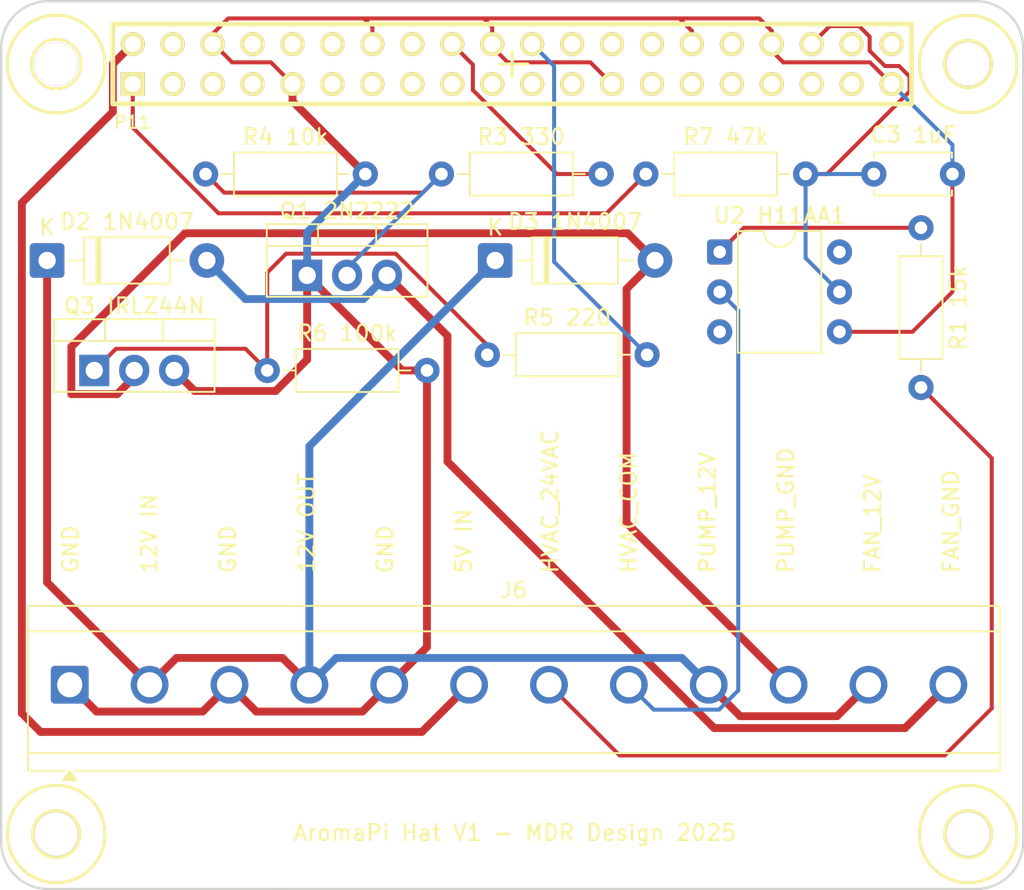
<source format=kicad_pcb>
(kicad_pcb (version 20241229) (generator "pcbnew") (generator_version "9.0")
  (layers (0 "F.Cu" signal) (2 "B.Cu" signal) (13 "F.Paste" user) (15 "B.Paste" user) (5 "F.SilkS" user "F.Silkscreen") (7 "B.SilkS" user "B.Silkscreen") (1 "F.Mask" user) (3 "B.Mask" user) (25 "Edge.Cuts" user))
  (net 0 "")
  (net 1 "+3.3V")
  (net 2 "GND")
  (net 3 "HVAC-")
  (net 4 "Pump")
  (net 5 "GPIO16_HVAC")
  (net 6 "+12V")
  (net 7 "+5V")
  (net 8 "Fan")
  (net 9 "GPIO25_PUMP")
  (net 10 "HVAC+")
  (net 11 "GPIO24_FAN")
  (net 12 "Net-(Q1-B)")
  (net 13 "unconnected-(P11-P28-Pad28)")
  (net 14 "Net-(Q3-G)")
  (net 15 "Net-(R1-Pad1)")
  (net 16 "unconnected-(P11-P17-Pad17)")
  (footprint "Resistor_THT:R_Axial_DIN0207_L6.3mm_D2.5mm_P10.16mm_Horizontal" (layer "F.Cu") (at 67.92 55.5)
    (property "Reference" "R5 220" (at 5.08 -2.37 0) (layer "F.SilkS"))
    (property "Value" "100")
    (fp_line (start 1.04 0) (end 1.81 0) (stroke (width 0.12)) (layer "F.SilkS"))
    (fp_line (start 9.12 0) (end 8.35 0) (stroke (width 0.12)) (layer "F.SilkS"))
    (fp_rect (start 1.81 -1.37) (end 8.35 1.37) (stroke (width 0.12)) (fill no) (layer "F.SilkS"))
    (pad "1" thru_hole circle (at 0 0) (size 1.6 1.6) (drill 0.8) (layers "*.Cu" "*.Mask") (net 14 "Net-(Q3-G)"))
    (pad "2" thru_hole circle (at 10.16 0) (size 1.6 1.6) (drill 0.8) (layers "*.Cu" "*.Mask") (net 9 "GPIO25_PUMP"))
  )
  (footprint "dsk-drill-rpi-hat" (layer "F.Cu") (at 98.5 37)
    (property "Reference" "H4" (hide yes))
    (property "Value" "DRILL" (hide yes))
    (pad "1" thru_hole circle (at 0 0) (size 2.75 2.75) (drill 2.75) (layers "*.Cu") (clearance 1.725))
  )
  (footprint "dsk-drill-rpi-hat" (layer "F.Cu") (at 40.5 86)
    (property "Reference" "H1" (hide yes))
    (property "Value" "DRILL" (hide yes))
    (pad "1" thru_hole circle (at 0 0) (size 2.75 2.75) (drill 2.75) (layers "*.Cu") (clearance 1.725))
  )
  (footprint "dsk-drill-rpi-hat" (layer "F.Cu") (at 98.5 86)
    (property "Reference" "H2" (hide yes))
    (property "Value" "DRILL" (hide yes))
    (pad "1" thru_hole circle (at 0 0) (size 2.75 2.75) (drill 2.75) (layers "*.Cu") (clearance 1.725))
  )
  (footprint "Package_TO_SOT_THT:TO-220-3_Vertical" (layer "F.Cu") (at 56.46 50.45)
    (property "Reference" "Q1 2N2222" (at 2.54 -4.1 0) (layer "F.SilkS"))
    (property "Value" "2N2222")
    (fp_line (start -2.57 -3.26) (end 7.65 -3.26) (stroke (width 0.12)) (layer "F.SilkS"))
    (fp_line (start -2.57 -1.88) (end 7.65 -1.88) (stroke (width 0.12)) (layer "F.SilkS"))
    (fp_line (start -2.57 1.36) (end -2.57 -3.26) (stroke (width 0.12)) (layer "F.SilkS"))
    (fp_line (start 0.69 -3.26) (end 0.69 -1.88) (stroke (width 0.12)) (layer "F.SilkS"))
    (fp_line (start 4.39 -3.26) (end 4.39 -1.88) (stroke (width 0.12)) (layer "F.SilkS"))
    (fp_line (start 7.65 -3.26) (end 7.65 1.36) (stroke (width 0.12)) (layer "F.SilkS"))
    (fp_line (start 7.65 1.36) (end -2.57 1.36) (stroke (width 0.12)) (layer "F.SilkS"))
    (pad "1" thru_hole rect (at 0 0) (size 1.905 2) (drill 1.1) (layers "*.Cu" "*.Mask") (net 2 "GND"))
    (pad "2" thru_hole oval (at 2.54 0) (size 1.905 2) (drill 1.1) (layers "*.Cu" "*.Mask") (net 12 "Net-(Q1-B)"))
    (pad "3" thru_hole oval (at 5.08 0) (size 1.905 2) (drill 1.1) (layers "*.Cu" "*.Mask") (net 8 "Fan"))
  )
  (footprint "PIN_ARRAY_20X2" (layer "F.Cu") (at 69.5 37)
    (property "Reference" "P11" (at -24.162 3.702 0) (layer "F.SilkS") (effects (font (size 0.8 0.8) (thickness 0.127))))
    (property "Value" "CONN_20X2" (hide yes))
    (fp_line (start -25.4 -2.54) (end -25.4 2.54) (stroke (width 0.3048)) (layer "F.SilkS"))
    (fp_line (start 25.4 -2.54) (end -25.4 -2.54) (stroke (width 0.3048)) (layer "F.SilkS"))
    (fp_line (start 25.4 -2.54) (end 25.4 2.54) (stroke (width 0.3048)) (layer "F.SilkS"))
    (fp_line (start 25.4 2.54) (end -25.4 2.54) (stroke (width 0.3048)) (layer "F.SilkS"))
    (pad "1" thru_hole rect (at -24.13 1.27) (size 1.524 1.524) (drill 1.016) (layers "*.Cu" "*.Mask" "F.SilkS") (net 1 "+3.3V"))
    (pad "2" thru_hole circle (at -24.13 -1.27) (size 1.524 1.524) (drill 1.016) (layers "*.Cu" "*.Mask" "F.SilkS") (net 7 "+5V"))
    (pad "3" thru_hole circle (at -21.59 1.27) (size 1.524 1.524) (drill 1.016) (layers "*.Cu" "*.Mask" "F.SilkS"))
    (pad "4" thru_hole circle (at -21.59 -1.27) (size 1.524 1.524) (drill 1.016) (layers "*.Cu" "*.Mask" "F.SilkS"))
    (pad "5" thru_hole circle (at -19.05 1.27) (size 1.524 1.524) (drill 1.016) (layers "*.Cu" "*.Mask" "F.SilkS"))
    (pad "6" thru_hole circle (at -19.05 -1.27) (size 1.524 1.524) (drill 1.016) (layers "*.Cu" "*.Mask" "F.SilkS") (net 2 "GND"))
    (pad "7" thru_hole circle (at -16.51 1.27) (size 1.524 1.524) (drill 1.016) (layers "*.Cu" "*.Mask" "F.SilkS"))
    (pad "8" thru_hole circle (at -16.51 -1.27) (size 1.524 1.524) (drill 1.016) (layers "*.Cu" "*.Mask" "F.SilkS"))
    (pad "9" thru_hole circle (at -13.97 1.27) (size 1.524 1.524) (drill 1.016) (layers "*.Cu" "*.Mask" "F.SilkS") (net 2 "GND"))
    (pad "10" thru_hole circle (at -13.97 -1.27) (size 1.524 1.524) (drill 1.016) (layers "*.Cu" "*.Mask" "F.SilkS"))
    (pad "11" thru_hole circle (at -11.43 1.27) (size 1.524 1.524) (drill 1.016) (layers "*.Cu" "*.Mask" "F.SilkS"))
    (pad "12" thru_hole circle (at -11.43 -1.27) (size 1.524 1.524) (drill 1.016) (layers "*.Cu" "*.Mask" "F.SilkS"))
    (pad "13" thru_hole circle (at -8.89 1.27) (size 1.524 1.524) (drill 1.016) (layers "*.Cu" "*.Mask" "F.SilkS"))
    (pad "14" thru_hole circle (at -8.89 -1.27) (size 1.524 1.524) (drill 1.016) (layers "*.Cu" "*.Mask" "F.SilkS") (net 2 "GND"))
    (pad "15" thru_hole circle (at -6.35 1.27) (size 1.524 1.524) (drill 1.016) (layers "*.Cu" "*.Mask" "F.SilkS"))
    (pad "16" thru_hole circle (at -6.35 -1.27) (size 1.524 1.524) (drill 1.016) (layers "*.Cu" "*.Mask" "F.SilkS"))
    (pad "17" thru_hole circle (at -3.81 1.27) (size 1.524 1.524) (drill 1.016) (layers "*.Cu" "*.Mask" "F.SilkS") (net 16 "unconnected-(P11-P17-Pad17)"))
    (pad "18" thru_hole circle (at -3.81 -1.27) (size 1.524 1.524) (drill 1.016) (layers "*.Cu" "*.Mask" "F.SilkS") (net 11 "GPIO24_FAN"))
    (pad "19" thru_hole circle (at -1.27 1.27) (size 1.524 1.524) (drill 1.016) (layers "*.Cu" "*.Mask" "F.SilkS"))
    (pad "20" thru_hole circle (at -1.27 -1.27) (size 1.524 1.524) (drill 1.016) (layers "*.Cu" "*.Mask" "F.SilkS") (net 2 "GND"))
    (pad "21" thru_hole circle (at 1.27 1.27) (size 1.524 1.524) (drill 1.016) (layers "*.Cu" "*.Mask" "F.SilkS"))
    (pad "22" thru_hole circle (at 1.27 -1.27) (size 1.524 1.524) (drill 1.016) (layers "*.Cu" "*.Mask" "F.SilkS") (net 9 "GPIO25_PUMP"))
    (pad "23" thru_hole circle (at 3.81 1.27) (size 1.524 1.524) (drill 1.016) (layers "*.Cu" "*.Mask" "F.SilkS"))
    (pad "24" thru_hole circle (at 3.81 -1.27) (size 1.524 1.524) (drill 1.016) (layers "*.Cu" "*.Mask" "F.SilkS"))
    (pad "25" thru_hole circle (at 6.35 1.27) (size 1.524 1.524) (drill 1.016) (layers "*.Cu" "*.Mask" "F.SilkS") (net 2 "GND"))
    (pad "26" thru_hole circle (at 6.35 -1.27) (size 1.524 1.524) (drill 1.016) (layers "*.Cu" "*.Mask" "F.SilkS"))
    (pad "27" thru_hole circle (at 8.89 1.27) (size 1.524 1.524) (drill 1.016) (layers "*.Cu" "*.Mask" "F.SilkS"))
    (pad "28" thru_hole circle (at 8.89 -1.27) (size 1.524 1.524) (drill 1.016) (layers "*.Cu" "*.Mask" "F.SilkS") (net 13 "unconnected-(P11-P28-Pad28)"))
    (pad "29" thru_hole circle (at 11.43 1.27) (size 1.524 1.524) (drill 1.016) (layers "*.Cu" "*.Mask" "F.SilkS"))
    (pad "30" thru_hole circle (at 11.43 -1.27) (size 1.524 1.524) (drill 1.016) (layers "*.Cu" "*.Mask" "F.SilkS") (net 2 "GND"))
    (pad "31" thru_hole circle (at 13.97 1.27) (size 1.524 1.524) (drill 1.016) (layers "*.Cu" "*.Mask" "F.SilkS"))
    (pad "32" thru_hole circle (at 13.97 -1.27) (size 1.524 1.524) (drill 1.016) (layers "*.Cu" "*.Mask" "F.SilkS"))
    (pad "33" thru_hole circle (at 16.51 1.27) (size 1.524 1.524) (drill 1.016) (layers "*.Cu" "*.Mask" "F.SilkS"))
    (pad "34" thru_hole circle (at 16.51 -1.27) (size 1.524 1.524) (drill 1.016) (layers "*.Cu" "*.Mask" "F.SilkS") (net 2 "GND"))
    (pad "35" thru_hole circle (at 19.05 1.27) (size 1.524 1.524) (drill 1.016) (layers "*.Cu" "*.Mask" "F.SilkS"))
    (pad "36" thru_hole circle (at 19.05 -1.27) (size 1.524 1.524) (drill 1.016) (layers "*.Cu" "*.Mask" "F.SilkS") (net 5 "GPIO16_HVAC"))
    (pad "37" thru_hole circle (at 21.59 1.27) (size 1.524 1.524) (drill 1.016) (layers "*.Cu" "*.Mask" "F.SilkS"))
    (pad "38" thru_hole circle (at 21.59 -1.27) (size 1.524 1.524) (drill 1.016) (layers "*.Cu" "*.Mask" "F.SilkS"))
    (pad "39" thru_hole circle (at 24.13 1.27) (size 1.524 1.524) (drill 1.016) (layers "*.Cu" "*.Mask" "F.SilkS") (net 2 "GND"))
    (pad "40" thru_hole circle (at 24.13 -1.27) (size 1.524 1.524) (drill 1.016) (layers "*.Cu" "*.Mask" "F.SilkS"))
  )
  (footprint "Package_DIP:DIP-6_W7.62mm" (layer "F.Cu") (at 82.695 48.96)
    (property "Reference" "U2 H11AA1" (at 3.81 -2.33 0) (layer "F.SilkS"))
    (property "Value" "H11AA1")
    (fp_line (start 1.16 -1.33) (end 1.16 6.41) (stroke (width 0.12)) (layer "F.SilkS"))
    (fp_line (start 1.16 6.41) (end 6.46 6.41) (stroke (width 0.12)) (layer "F.SilkS"))
    (fp_line (start 2.81 -1.33) (end 1.16 -1.33) (stroke (width 0.12)) (layer "F.SilkS"))
    (fp_line (start 6.46 -1.33) (end 4.81 -1.33) (stroke (width 0.12)) (layer "F.SilkS"))
    (fp_line (start 6.46 6.41) (end 6.46 -1.33) (stroke (width 0.12)) (layer "F.SilkS"))
    (fp_arc (start 4.81 -1.33) (mid 3.81 -0.33) (end 2.81 -1.33) (stroke (width 0.12)) (layer "F.SilkS"))
    (pad "1" thru_hole roundrect (at 0 0) (size 1.6 1.6) (drill 0.8) (layers "*.Cu" "*.Mask") (roundrect_rratio 0.15625) (net 15 "Net-(R1-Pad1)"))
    (pad "2" thru_hole circle (at 0 2.54) (size 1.6 1.6) (drill 0.8) (layers "*.Cu" "*.Mask") (net 3 "HVAC-"))
    (pad "3" thru_hole circle (at 0 5.08) (size 1.6 1.6) (drill 0.8) (layers "*.Cu" "*.Mask"))
    (pad "4" thru_hole circle (at 7.62 5.08) (size 1.6 1.6) (drill 0.8) (layers "*.Cu" "*.Mask") (net 2 "GND"))
    (pad "5" thru_hole circle (at 7.62 2.54) (size 1.6 1.6) (drill 0.8) (layers "*.Cu" "*.Mask") (net 5 "GPIO16_HVAC"))
    (pad "6" thru_hole circle (at 7.62 0) (size 1.6 1.6) (drill 0.8) (layers "*.Cu" "*.Mask"))
  )
  (footprint "Resistor_THT:R_Axial_DIN0207_L6.3mm_D2.5mm_P10.16mm_Horizontal" (layer "F.Cu") (at 50 44)
    (property "Reference" "R4 10k" (at 5.08 -2.37 0) (layer "F.SilkS"))
    (property "Value" "10k")
    (fp_line (start 1.04 0) (end 1.81 0) (stroke (width 0.12)) (layer "F.SilkS"))
    (fp_line (start 9.12 0) (end 8.35 0) (stroke (width 0.12)) (layer "F.SilkS"))
    (fp_rect (start 1.81 -1.37) (end 8.35 1.37) (stroke (width 0.12)) (fill no) (layer "F.SilkS"))
    (pad "1" thru_hole circle (at 0 0) (size 1.6 1.6) (drill 0.8) (layers "*.Cu" "*.Mask") (net 12 "Net-(Q1-B)"))
    (pad "2" thru_hole circle (at 10.16 0) (size 1.6 1.6) (drill 0.8) (layers "*.Cu" "*.Mask") (net 2 "GND"))
  )
  (footprint "Capacitor_THT:C_Disc_D4.7mm_W2.5mm_P5.00mm" (layer "F.Cu") (at 92.5 44)
    (property "Reference" "C3 1uF" (at 2.5 -2.5 0) (layer "F.SilkS"))
    (property "Value" "1uF")
    (fp_line (start 0.03 -1.37) (end 4.97 -1.37) (stroke (width 0.12)) (layer "F.SilkS"))
    (fp_line (start 0.03 -1.04) (end 0.03 -1.37) (stroke (width 0.12)) (layer "F.SilkS"))
    (fp_line (start 0.03 1.37) (end 0.03 1.04) (stroke (width 0.12)) (layer "F.SilkS"))
    (fp_line (start 4.97 -1.37) (end 4.97 -1.04) (stroke (width 0.12)) (layer "F.SilkS"))
    (fp_line (start 4.97 1.04) (end 4.97 1.37) (stroke (width 0.12)) (layer "F.SilkS"))
    (fp_line (start 4.97 1.37) (end 0.03 1.37) (stroke (width 0.12)) (layer "F.SilkS"))
    (pad "1" thru_hole circle (at 0 0) (size 1.6 1.6) (drill 0.8) (layers "*.Cu" "*.Mask") (net 5 "GPIO16_HVAC"))
    (pad "2" thru_hole circle (at 5 0) (size 1.6 1.6) (drill 0.8) (layers "*.Cu" "*.Mask") (net 2 "GND"))
  )
  (footprint "Resistor_THT:R_Axial_DIN0207_L6.3mm_D2.5mm_P10.16mm_Horizontal" (layer "F.Cu") (at 65 44)
    (property "Reference" "R3 330" (at 5.08 -2.37 0) (layer "F.SilkS"))
    (property "Value" "330")
    (fp_line (start 1.04 0) (end 1.81 0) (stroke (width 0.12)) (layer "F.SilkS"))
    (fp_line (start 9.12 0) (end 8.35 0) (stroke (width 0.12)) (layer "F.SilkS"))
    (fp_rect (start 1.81 -1.37) (end 8.35 1.37) (stroke (width 0.12)) (fill no) (layer "F.SilkS"))
    (pad "1" thru_hole circle (at 0 0) (size 1.6 1.6) (drill 0.8) (layers "*.Cu" "*.Mask") (net 12 "Net-(Q1-B)"))
    (pad "2" thru_hole circle (at 10.16 0) (size 1.6 1.6) (drill 0.8) (layers "*.Cu" "*.Mask") (net 11 "GPIO24_FAN"))
  )
  (footprint "Resistor_THT:R_Axial_DIN0207_L6.3mm_D2.5mm_P10.16mm_Horizontal" (layer "F.Cu") (at 95.5 47.42 -90)
    (property "Reference" "R1 15k" (at 5.08 -2.37 270) (layer "F.SilkS"))
    (property "Value" "15K")
    (fp_line (start 1.04 0) (end 1.81 0) (stroke (width 0.12)) (layer "F.SilkS"))
    (fp_line (start 9.12 0) (end 8.35 0) (stroke (width 0.12)) (layer "F.SilkS"))
    (fp_rect (start 1.81 -1.37) (end 8.35 1.37) (stroke (width 0.12)) (fill no) (layer "F.SilkS"))
    (pad "1" thru_hole circle (at 0 0 270) (size 1.6 1.6) (drill 0.8) (layers "*.Cu" "*.Mask") (net 15 "Net-(R1-Pad1)"))
    (pad "2" thru_hole circle (at 10.16 0 270) (size 1.6 1.6) (drill 0.8) (layers "*.Cu" "*.Mask") (net 10 "HVAC+"))
  )
  (footprint "dsk-drill-rpi-hat" (layer "F.Cu") (at 40.5 37)
    (property "Reference" "H3" (hide yes))
    (property "Value" "DRILL" (hide yes))
    (pad "1" thru_hole circle (at 0 0) (size 2.75 2.75) (drill 2.75) (layers "*.Cu") (clearance 1.725))
  )
  (footprint "Resistor_THT:R_Axial_DIN0207_L6.3mm_D2.5mm_P10.16mm_Horizontal" (layer "F.Cu") (at 53.92 56.5)
    (property "Reference" "R6 100k" (at 5.08 -2.37 0) (layer "F.SilkS"))
    (property "Value" "100k")
    (fp_line (start 1.04 0) (end 1.81 0) (stroke (width 0.12)) (layer "F.SilkS"))
    (fp_line (start 9.12 0) (end 8.35 0) (stroke (width 0.12)) (layer "F.SilkS"))
    (fp_rect (start 1.81 -1.37) (end 8.35 1.37) (stroke (width 0.12)) (fill no) (layer "F.SilkS"))
    (pad "1" thru_hole circle (at 0 0) (size 1.6 1.6) (drill 0.8) (layers "*.Cu" "*.Mask") (net 14 "Net-(Q3-G)"))
    (pad "2" thru_hole circle (at 10.16 0) (size 1.6 1.6) (drill 0.8) (layers "*.Cu" "*.Mask") (net 2 "GND"))
  )
  (footprint "Package_TO_SOT_THT:TO-220-3_Vertical" (layer "F.Cu") (at 42.92 56.5)
    (property "Reference" "Q3 IRLZ44N" (at 2.54 -4.1 0) (layer "F.SilkS"))
    (property "Value" "IRLZ44N")
    (fp_line (start -2.57 -3.26) (end 7.65 -3.26) (stroke (width 0.12)) (layer "F.SilkS"))
    (fp_line (start -2.57 -1.88) (end 7.65 -1.88) (stroke (width 0.12)) (layer "F.SilkS"))
    (fp_line (start -2.57 1.36) (end -2.57 -3.26) (stroke (width 0.12)) (layer "F.SilkS"))
    (fp_line (start 0.69 -3.26) (end 0.69 -1.88) (stroke (width 0.12)) (layer "F.SilkS"))
    (fp_line (start 4.39 -3.26) (end 4.39 -1.88) (stroke (width 0.12)) (layer "F.SilkS"))
    (fp_line (start 7.65 -3.26) (end 7.65 1.36) (stroke (width 0.12)) (layer "F.SilkS"))
    (fp_line (start 7.65 1.36) (end -2.57 1.36) (stroke (width 0.12)) (layer "F.SilkS"))
    (pad "1" thru_hole rect (at 0 0) (size 1.905 2) (drill 1.1) (layers "*.Cu" "*.Mask") (net 14 "Net-(Q3-G)"))
    (pad "2" thru_hole oval (at 2.54 0) (size 1.905 2) (drill 1.1) (layers "*.Cu" "*.Mask") (net 4 "Pump"))
    (pad "3" thru_hole oval (at 5.08 0) (size 1.905 2) (drill 1.1) (layers "*.Cu" "*.Mask") (net 2 "GND"))
  )
  (footprint "Resistor_THT:R_Axial_DIN0207_L6.3mm_D2.5mm_P10.16mm_Horizontal" (layer "F.Cu") (at 78 44)
    (property "Reference" "R7 47k" (at 5.08 -2.37 0) (layer "F.SilkS"))
    (property "Value" "47k")
    (fp_line (start 1.04 0) (end 1.81 0) (stroke (width 0.12)) (layer "F.SilkS"))
    (fp_line (start 9.12 0) (end 8.35 0) (stroke (width 0.12)) (layer "F.SilkS"))
    (fp_rect (start 1.81 -1.37) (end 8.35 1.37) (stroke (width 0.12)) (fill no) (layer "F.SilkS"))
    (pad "1" thru_hole circle (at 0 0) (size 1.6 1.6) (drill 0.8) (layers "*.Cu" "*.Mask") (net 1 "+3.3V"))
    (pad "2" thru_hole circle (at 10.16 0) (size 1.6 1.6) (drill 0.8) (layers "*.Cu" "*.Mask") (net 5 "GPIO16_HVAC"))
  )
  (footprint "Diode_THT:D_DO-41_SOD81_P10.16mm_Horizontal" (layer "F.Cu") (at 39.92 49.5)
    (property "Reference" "D2 1N4007" (at 5.08 -2.47 0) (layer "F.SilkS"))
    (property "Value" "1N4007")
    (fp_line (start 1.34 0) (end 2.36 0) (stroke (width 0.12)) (layer "F.SilkS"))
    (fp_line (start 3.14 -1.47) (end 3.14 1.47) (stroke (width 0.12)) (layer "F.SilkS"))
    (fp_line (start 3.26 -1.47) (end 3.26 1.47) (stroke (width 0.12)) (layer "F.SilkS"))
    (fp_line (start 3.38 -1.47) (end 3.38 1.47) (stroke (width 0.12)) (layer "F.SilkS"))
    (fp_line (start 8.82 0) (end 7.8 0) (stroke (width 0.12)) (layer "F.SilkS"))
    (fp_rect (start 2.36 -1.47) (end 7.8 1.47) (stroke (width 0.12)) (fill no) (layer "F.SilkS"))
    (fp_text user "K" (at 0 -2.1 0) (layer "F.SilkS"))
    (pad "1" thru_hole roundrect (at 0 0) (size 2.2 2.2) (drill 1.1) (layers "*.Cu" "*.Mask") (roundrect_rratio 0.113636) (net 6 "+12V"))
    (pad "2" thru_hole circle (at 10.16 0) (size 2.2 2.2) (drill 1.1) (layers "*.Cu" "*.Mask") (net 8 "Fan"))
  )
  (footprint "TerminalBlock_CUI:TerminalBlock_CUI_TB007-508-12_1x12_P5.08mm_Horizontal" (layer "F.Cu") (at 41.36 76.5)
    (property "Reference" "J6" (at 28.24 -6.02 0) (layer "F.SilkS"))
    (property "Value" "Screw_Terminal_01x12")
    (fp_line (start -2.66 -5.02) (end 59.14 -5.02) (stroke (width 0.12)) (layer "F.SilkS"))
    (fp_line (start -2.66 -3.4) (end 59.14 -3.4) (stroke (width 0.12)) (layer "F.SilkS"))
    (fp_line (start -2.66 4.35) (end 59.14 4.35) (stroke (width 0.12)) (layer "F.SilkS"))
    (fp_line (start -2.66 5.47) (end -2.66 -5.02) (stroke (width 0.12)) (layer "F.SilkS"))
    (fp_line (start -0.3 5.47) (end -2.66 5.47) (stroke (width 0.12)) (layer "F.SilkS"))
    (fp_line (start 59.14 -5.02) (end 59.14 5.47) (stroke (width 0.12)) (layer "F.SilkS"))
    (fp_line (start 59.14 5.47) (end 0.3 5.47) (stroke (width 0.12)) (layer "F.SilkS"))
    (fp_poly (pts (xy 0 5.47) (xy 0.44 6.08) (xy -0.44 6.08)) (stroke (width 0.12)) (fill yes) (layer "F.SilkS"))
    (pad "1" thru_hole roundrect (at 0 0) (size 2.4 2.4) (drill 1.6) (layers "*.Cu" "*.Mask") (roundrect_rratio 0.104167) (net 2 "GND"))
    (pad "2" thru_hole circle (at 5.08 0) (size 2.4 2.4) (drill 1.6) (layers "*.Cu" "*.Mask") (net 6 "+12V"))
    (pad "3" thru_hole circle (at 10.16 0) (size 2.4 2.4) (drill 1.6) (layers "*.Cu" "*.Mask") (net 2 "GND"))
    (pad "4" thru_hole circle (at 15.24 0) (size 2.4 2.4) (drill 1.6) (layers "*.Cu" "*.Mask") (net 6 "+12V"))
    (pad "5" thru_hole circle (at 20.32 0) (size 2.4 2.4) (drill 1.6) (layers "*.Cu" "*.Mask") (net 2 "GND"))
    (pad "6" thru_hole circle (at 25.4 0) (size 2.4 2.4) (drill 1.6) (layers "*.Cu" "*.Mask") (net 7 "+5V"))
    (pad "7" thru_hole circle (at 30.48 0) (size 2.4 2.4) (drill 1.6) (layers "*.Cu" "*.Mask") (net 10 "HVAC+"))
    (pad "8" thru_hole circle (at 35.56 0) (size 2.4 2.4) (drill 1.6) (layers "*.Cu" "*.Mask") (net 3 "HVAC-"))
    (pad "9" thru_hole circle (at 40.64 0) (size 2.4 2.4) (drill 1.6) (layers "*.Cu" "*.Mask") (net 6 "+12V"))
    (pad "10" thru_hole circle (at 45.72 0) (size 2.4 2.4) (drill 1.6) (layers "*.Cu" "*.Mask") (net 4 "Pump"))
    (pad "11" thru_hole circle (at 50.8 0) (size 2.4 2.4) (drill 1.6) (layers "*.Cu" "*.Mask") (net 6 "+12V"))
    (pad "12" thru_hole circle (at 55.88 0) (size 2.4 2.4) (drill 1.6) (layers "*.Cu" "*.Mask") (net 8 "Fan"))
  )
  (footprint "Diode_THT:D_DO-41_SOD81_P10.16mm_Horizontal" (layer "F.Cu") (at 68.42 49.5)
    (property "Reference" "D3 1N4007" (at 5.08 -2.47 0) (layer "F.SilkS"))
    (property "Value" "1N4007")
    (fp_line (start 1.34 0) (end 2.36 0) (stroke (width 0.12)) (layer "F.SilkS"))
    (fp_line (start 3.14 -1.47) (end 3.14 1.47) (stroke (width 0.12)) (layer "F.SilkS"))
    (fp_line (start 3.26 -1.47) (end 3.26 1.47) (stroke (width 0.12)) (layer "F.SilkS"))
    (fp_line (start 3.38 -1.47) (end 3.38 1.47) (stroke (width 0.12)) (layer "F.SilkS"))
    (fp_line (start 8.82 0) (end 7.8 0) (stroke (width 0.12)) (layer "F.SilkS"))
    (fp_rect (start 2.36 -1.47) (end 7.8 1.47) (stroke (width 0.12)) (fill no) (layer "F.SilkS"))
    (fp_text user "K" (at 0 -2.1 0) (layer "F.SilkS"))
    (pad "1" thru_hole roundrect (at 0 0) (size 2.2 2.2) (drill 1.1) (layers "*.Cu" "*.Mask") (roundrect_rratio 0.113636) (net 6 "+12V"))
    (pad "2" thru_hole circle (at 10.16 0) (size 2.2 2.2) (drill 1.1) (layers "*.Cu" "*.Mask") (net 4 "Pump"))
  )
  (gr_line (start 69.5 37) (end 68.75 37) (stroke (width 0.2)) (layer "F.SilkS"))
  (gr_circle (center 98.5 86) (end 100 86) (stroke (width 0.2)) (fill no) (layer "F.SilkS"))
  (gr_line (start 69.5 37) (end 69.5 36.25) (stroke (width 0.2)) (layer "F.SilkS"))
  (gr_circle (center 40.5 86) (end 43.6 85.9) (stroke (width 0.2)) (fill no) (layer "F.SilkS"))
  (gr_line (start 69.5 37) (end 70.5 37) (stroke (width 0.2)) (layer "F.SilkS"))
  (gr_circle (center 98.5 37) (end 100 37) (stroke (width 0.2)) (fill no) (layer "F.SilkS"))
  (gr_circle (center 98.5 86) (end 101.6 86.1) (stroke (width 0.2)) (fill no) (layer "F.SilkS"))
  (gr_circle (center 98.5 37) (end 101.6 37.1) (stroke (width 0.2)) (fill no) (layer "F.SilkS"))
  (gr_circle (center 40.5 86) (end 42 86) (stroke (width 0.2)) (fill no) (layer "F.SilkS"))
  (gr_circle (center 40.5 37) (end 43.6 36.8) (stroke (width 0.2)) (fill no) (layer "F.SilkS"))
  (gr_circle (center 40.5 37) (end 42 37.5) (stroke (width 0.2)) (fill no) (layer "F.SilkS"))
  (gr_line (start 69.5 36.75) (end 69.5 37.75) (stroke (width 0.2)) (layer "F.SilkS"))
  (gr_line (start 98 33) (end 99 33) (stroke (width 0.15)) (layer "Edge.Cuts"))
  (gr_arc (start 40 89.5) (mid 37.87868 88.62132) (end 37 86.5) (stroke (width 0.15)) (layer "Edge.Cuts"))
  (gr_line (start 40 33) (end 98 33) (stroke (width 0.15)) (layer "Edge.Cuts"))
  (gr_line (start 102 36) (end 102 86.5) (stroke (width 0.15)) (layer "Edge.Cuts"))
  (gr_arc (start 37 36) (mid 37.87868 33.87868) (end 40 33) (stroke (width 0.15)) (layer "Edge.Cuts"))
  (gr_line (start 54.5 89.5) (end 99 89.5) (stroke (width 0.15)) (layer "Edge.Cuts"))
  (gr_line (start 42.5 89.5) (end 54.9 89.5) (stroke (width 0.15)) (layer "Edge.Cuts"))
  (gr_line (start 42 89.5) (end 42.5 89.5) (stroke (width 0.15)) (layer "Edge.Cuts"))
  (gr_line (start 37 86.5) (end 37 36) (stroke (width 0.15)) (layer "Edge.Cuts"))
  (gr_arc (start 102 86.5) (mid 101.12132 88.62132) (end 99 89.5) (stroke (width 0.15)) (layer "Edge.Cuts"))
  (gr_line (start 40 89.5) (end 42 89.5) (stroke (width 0.15)) (layer "Edge.Cuts"))
  (gr_arc (start 99 33) (mid 101.12132 33.87868) (end 102 36) (stroke (width 0.15)) (layer "Edge.Cuts"))
  (gr_text "FAN_12V" (at 93 69.5 90) (layer "F.SilkS") (effects (font (size 1 1)) (justify left bottom)))
  (gr_text "5V IN" (at 67 69.5 90) (layer "F.SilkS") (effects (font (size 1 1)) (justify left bottom)))
  (gr_text "HVAC_24VAC" (at 72.5 69.5 90) (layer "F.SilkS") (effects (font (size 1 1)) (justify left bottom)))
  (gr_text "GND" (at 42 69.5 90) (layer "F.SilkS") (effects (font (size 1 1)) (justify left bottom)))
  (gr_text "AromaPi Hat V1 - MDR Design 2025" (at 55.5 86.5 0) (layer "F.SilkS") (effects (font (size 1 1)) (justify left bottom)))
  (gr_text "HVAC_COM" (at 77.5 69.5 90) (layer "F.SilkS") (effects (font (size 1 1)) (justify left bottom)))
  (gr_text "FAN_GND" (at 98 69.5 90) (layer "F.SilkS") (effects (font (size 1 1)) (justify left bottom)))
  (gr_text "GND" (at 52 69.5 90) (layer "F.SilkS") (effects (font (size 1 1)) (justify left bottom)))
  (gr_text "GND" (at 62 69.5 90) (layer "F.SilkS") (effects (font (size 1 1)) (justify left bottom)))
  (gr_text "PUMP_GND" (at 87.5 69.5 90) (layer "F.SilkS") (effects (font (size 1 1)) (justify left bottom)))
  (gr_text "PUMP_12V" (at 82.5 69.5 90) (layer "F.SilkS") (effects (font (size 1 1)) (justify left bottom)))
  (gr_text "12V OUT" (at 57 69.5 90) (layer "F.SilkS") (effects (font (size 1 1)) (justify left bottom)))
  (gr_text "12V IN" (at 47 69.5 90) (layer "F.SilkS") (effects (font (size 1 1)) (justify left bottom)))
  (segment (start 45.37 41.041601) (end 50.828399 46.5) (width 0.254) (layer "F.Cu") (net 1))
  (segment (start 50.828399 46.5) (end 75.5 46.5) (width 0.254) (layer "F.Cu") (net 1))
  (segment (start 75.5 46.5) (end 78 44) (width 0.254) (layer "F.Cu") (net 1))
  (segment (start 45.37 38.27) (end 45.37 41.041601) (width 0.254) (layer "F.Cu") (net 1))
  (segment (start 94.96 54.04) (end 97.5 51.5) (width 0.254) (layer "F.Cu") (net 2))
  (segment (start 68.23 35.73) (end 68.23 35.908) (width 0.254) (layer "F.Cu") (net 2))
  (segment (start 55.53 38.27) (end 55.53 39.37) (width 0.5) (layer "F.Cu") (net 2))
  (segment (start 93.63 38.27) (end 93.706 38.27) (width 0.254) (layer "F.Cu") (net 2))
  (segment (start 67.69 34.098) (end 68.23 34.638) (width 0.254) (layer "F.Cu") (net 2))
  (segment (start 86.01 36.162) (end 86.74 36.892) (width 0.254) (layer "F.Cu") (net 2))
  (segment (start 49.305 57.805) (end 54.460549 57.805) (width 0.5) (layer "F.Cu") (net 2))
  (segment (start 67.69 34.098) (end 80.136 34.098) (width 0.254) (layer "F.Cu") (net 2))
  (segment (start 86.01 34.892) (end 86.01 35.73) (width 0.254) (layer "F.Cu") (net 2))
  (segment (start 60.07 34.098) (end 60.61 34.638) (width 0.254) (layer "F.Cu") (net 2))
  (segment (start 86.74 36.892) (end 92.252 36.892) (width 0.254) (layer "F.Cu") (net 2))
  (segment (start 48 56.5) (end 49.305 57.805) (width 0.5) (layer "F.Cu") (net 2))
  (segment (start 60.07 34.098) (end 67.69 34.098) (width 0.254) (layer "F.Cu") (net 2))
  (segment (start 50.45 35.082) (end 51.434 34.098) (width 0.254) (layer "F.Cu") (net 2))
  (segment (start 62.51 56.5) (end 56.46 50.45) (width 0.5) (layer "F.Cu") (net 2))
  (segment (start 49.815 78.205) (end 51.52 76.5) (width 0.5) (layer "F.Cu") (net 2))
  (segment (start 64.08 74.1) (end 64.08 56.5) (width 0.5) (layer "F.Cu") (net 2))
  (segment (start 86.01 35.73) (end 86.01 36.162) (width 0.254) (layer "F.Cu") (net 2))
  (segment (start 69.214 36.892) (end 74.472 36.892) (width 0.254) (layer "F.Cu") (net 2))
  (segment (start 90.315 54.04) (end 94.96 54.04) (width 0.254) (layer "F.Cu") (net 2))
  (segment (start 51.52 76.5) (end 53.225 78.205) (width 0.5) (layer "F.Cu") (net 2))
  (segment (start 54.152 36.892) (end 55.53 38.27) (width 0.254) (layer "F.Cu") (net 2))
  (segment (start 92.252 36.892) (end 93.63 38.27) (width 0.254) (layer "F.Cu") (net 2))
  (segment (start 56.46 55.805549) (end 56.46 50.45) (width 0.5) (layer "F.Cu") (net 2))
  (segment (start 51.688 36.892) (end 54.152 36.892) (width 0.254) (layer "F.Cu") (net 2))
  (segment (start 53.225 78.205) (end 59.975 78.205) (width 0.5) (layer "F.Cu") (net 2))
  (segment (start 97.5 51.5) (end 97.5 44) (width 0.254) (layer "F.Cu") (net 2))
  (segment (start 74.472 36.892) (end 75.85 38.27) (width 0.254) (layer "F.Cu") (net 2))
  (segment (start 80.136 34.098) (end 85.216 34.098) (width 0.254) (layer "F.Cu") (net 2))
  (segment (start 54.460549 57.805) (end 56.46 55.805549) (width 0.5) (layer "F.Cu") (net 2))
  (segment (start 50.45 35.73) (end 50.45 35.082) (width 0.254) (layer "F.Cu") (net 2))
  (segment (start 85.216 34.098) (end 86.01 34.892) (width 0.254) (layer "F.Cu") (net 2))
  (segment (start 68.23 35.908) (end 69.214 36.892) (width 0.254) (layer "F.Cu") (net 2))
  (segment (start 80.93 34.892) (end 80.93 35.73) (width 0.254) (layer "F.Cu") (net 2))
  (segment (start 61.68 76.5) (end 64.08 74.1) (width 0.5) (layer "F.Cu") (net 2))
  (segment (start 59.975 78.205) (end 61.68 76.5) (width 0.5) (layer "F.Cu") (net 2))
  (segment (start 43.065 78.205) (end 49.815 78.205) (width 0.5) (layer "F.Cu") (net 2))
  (segment (start 51.434 34.098) (end 60.07 34.098) (width 0.254) (layer "F.Cu") (net 2))
  (segment (start 64.08 56.5) (end 62.51 56.5) (width 0.5) (layer "F.Cu") (net 2))
  (segment (start 68.23 34.638) (end 68.23 35.73) (width 0.254) (layer "F.Cu") (net 2))
  (segment (start 41.36 76.5) (end 43.065 78.205) (width 0.5) (layer "F.Cu") (net 2))
  (segment (start 60.61 34.638) (end 60.61 35.73) (width 0.254) (layer "F.Cu") (net 2))
  (segment (start 50.526 35.73) (end 51.688 36.892) (width 0.254) (layer "F.Cu") (net 2))
  (segment (start 55.53 39.37) (end 60.16 44) (width 0.5) (layer "F.Cu") (net 2))
  (segment (start 80.136 34.098) (end 80.93 34.892) (width 0.254) (layer "F.Cu") (net 2))
  (segment (start 50.45 35.73) (end 50.526 35.73) (width 0.254) (layer "F.Cu") (net 2))
  (segment (start 56.46 50.45) (end 56.46 47.7) (width 0.5) (layer "B.Cu") (net 2))
  (segment (start 97.5 44) (end 97.5 42.14) (width 0.254) (layer "B.Cu") (net 2))
  (segment (start 56.46 47.7) (end 60.16 44) (width 0.5) (layer "B.Cu") (net 2))
  (segment (start 97.5 42.14) (end 93.63 38.27) (width 0.254) (layer "B.Cu") (net 2))
  (segment (start 76.92 76.5) (end 77 76.5) (width 0.254) (layer "F.Cu") (net 3))
  (segment (start 83.877 52.682) (end 82.695 51.5) (width 0.254) (layer "B.Cu") (net 3))
  (segment (start 78.502 78.082) (end 82.655286 78.082) (width 0.254) (layer "B.Cu") (net 3))
  (segment (start 76.92 76.5) (end 78.502 78.082) (width 0.254) (layer "B.Cu") (net 3))
  (segment (start 82.655286 78.082) (end 83.877 76.860286) (width 0.254) (layer "B.Cu") (net 3))
  (segment (start 83.877 76.860286) (end 83.877 52.682) (width 0.254) (layer "B.Cu") (net 3))
  (segment (start 76.775 51.305) (end 78.58 49.5) (width 0.5) (layer "F.Cu") (net 4))
  (segment (start 87.08 76.5) (end 76.775 66.195) (width 0.5) (layer "F.Cu") (net 4))
  (segment (start 48.689499 47.768001) (end 41.4625 54.995) (width 0.5) (layer "F.Cu") (net 4))
  (segment (start 41.4625 54.995) (end 41.4625 58.005) (width 0.5) (layer "F.Cu") (net 4))
  (segment (start 44.3775 58.005) (end 45.46 56.9225) (width 0.5) (layer "F.Cu") (net 4))
  (segment (start 45.46 56.9225) (end 45.46 56.5) (width 0.5) (layer "F.Cu") (net 4))
  (segment (start 76.775 66.195) (end 76.775 51.305) (width 0.5) (layer "F.Cu") (net 4))
  (segment (start 76.848001 47.768001) (end 48.689499 47.768001) (width 0.5) (layer "F.Cu") (net 4))
  (segment (start 78.58 49.5) (end 76.848001 47.768001) (width 0.5) (layer "F.Cu") (net 4))
  (segment (start 41.4625 58.005) (end 44.3775 58.005) (width 0.5) (layer "F.Cu") (net 4))
  (segment (start 94.103861 37.126) (end 93.205834 37.126) (width 0.254) (layer "F.Cu") (net 5))
  (segment (start 93.205834 37.126) (end 92.234 36.154166) (width 0.254) (layer "F.Cu") (net 5))
  (segment (start 89.517861 44) (end 94.774 38.743861) (width 0.254) (layer "F.Cu") (net 5))
  (segment (start 94.774 38.743861) (end 94.774 37.796139) (width 0.254) (layer "F.Cu") (net 5))
  (segment (start 89.694 34.586) (end 88.55 35.73) (width 0.254) (layer "F.Cu") (net 5))
  (segment (start 88.16 44) (end 89.517861 44) (width 0.254) (layer "F.Cu") (net 5))
  (segment (start 92.234 35.256139) (end 91.563861 34.586) (width 0.254) (layer "F.Cu") (net 5))
  (segment (start 91.563861 34.586) (end 89.694 34.586) (width 0.254) (layer "F.Cu") (net 5))
  (segment (start 94.774 37.796139) (end 94.103861 37.126) (width 0.254) (layer "F.Cu") (net 5))
  (segment (start 92.234 36.154166) (end 92.234 35.256139) (width 0.254) (layer "F.Cu") (net 5))
  (segment (start 90.315 51.5) (end 88.16 49.345) (width 0.254) (layer "B.Cu") (net 5))
  (segment (start 88.16 44) (end 92.5 44) (width 0.254) (layer "B.Cu") (net 5))
  (segment (start 88.16 49.345) (end 88.16 44) (width 0.254) (layer "B.Cu") (net 5))
  (segment (start 54.895 74.795) (end 56.6 76.5) (width 0.5) (layer "F.Cu") (net 6))
  (segment (start 84 78.5) (end 90.16 78.5) (width 0.5) (layer "F.Cu") (net 6))
  (segment (start 90.16 78.5) (end 92.16 76.5) (width 0.5) (layer "F.Cu") (net 6))
  (segment (start 46.44 76.5) (end 39.92 69.98) (width 0.5) (layer "F.Cu") (net 6))
  (segment (start 48.145 74.795) (end 54.895 74.795) (width 0.5) (layer "F.Cu") (net 6))
  (segment (start 39.92 69.98) (end 39.92 49.5) (width 0.5) (layer "F.Cu") (net 6))
  (segment (start 82 76.5) (end 84 78.5) (width 0.5) (layer "F.Cu") (net 6))
  (segment (start 46.44 76.5) (end 48.145 74.795) (width 0.5) (layer "F.Cu") (net 6))
  (segment (start 56.6 76.5) (end 56.6 61.32) (width 0.5) (layer "B.Cu") (net 6))
  (segment (start 58.305 74.795) (end 80.295 74.795) (width 0.5) (layer "B.Cu") (net 6))
  (segment (start 56.6 76.5) (end 58.305 74.795) (width 0.5) (layer "B.Cu") (net 6))
  (segment (start 56.6 61.32) (end 68.42 49.5) (width 0.5) (layer "B.Cu") (net 6))
  (segment (start 80.295 74.795) (end 82 76.5) (width 0.5) (layer "B.Cu") (net 6))
  (segment (start 63.76 79.5) (end 39.5 79.5) (width 0.5) (layer "F.Cu") (net 7))
  (segment (start 38.315 78.315) (end 38.315 45.831) (width 0.5) (layer "F.Cu") (net 7))
  (segment (start 38.315 45.831) (end 44.103 40.043) (width 0.5) (layer "F.Cu") (net 7))
  (segment (start 44.103 40.043) (end 44.103 36.997) (width 0.5) (layer "F.Cu") (net 7))
  (segment (start 44.103 36.997) (end 45.37 35.73) (width 0.5) (layer "F.Cu") (net 7))
  (segment (start 66.76 76.5) (end 63.76 79.5) (width 0.5) (layer "F.Cu") (net 7))
  (segment (start 39.5 79.5) (end 38.315 78.315) (width 0.5) (layer "F.Cu") (net 7))
  (segment (start 65.385 62.296235) (end 65.385 54.295) (width 0.5) (layer "F.Cu") (net 8))
  (segment (start 65.385 54.295) (end 61.54 50.45) (width 0.5) (layer "F.Cu") (net 8))
  (segment (start 94.485 79.255) (end 82.343765 79.255) (width 0.5) (layer "F.Cu") (net 8))
  (segment (start 97.24 76.5) (end 94.485 79.255) (width 0.5) (layer "F.Cu") (net 8))
  (segment (start 61.55 50.45) (end 62 50) (width 0.5) (layer "F.Cu") (net 8))
  (segment (start 82.343765 79.255) (end 65.385 62.296235) (width 0.5) (layer "F.Cu") (net 8))
  (segment (start 60.035 51.955) (end 52.535 51.955) (width 0.5) (layer "B.Cu") (net 8))
  (segment (start 52.535 51.955) (end 50.08 49.5) (width 0.5) (layer "B.Cu") (net 8))
  (segment (start 61.54 50.45) (end 60.035 51.955) (width 0.5) (layer "B.Cu") (net 8))
  (segment (start 78.08 55.5) (end 78 55.5) (width 0.254) (layer "F.Cu") (net 9))
  (segment (start 72.166 49.586) (end 72.166 37.126) (width 0.254) (layer "B.Cu") (net 9))
  (segment (start 72.166 37.126) (end 70.77 35.73) (width 0.254) (layer "B.Cu") (net 9))
  (segment (start 78.08 55.5) (end 72.166 49.586) (width 0.254) (layer "B.Cu") (net 9))
  (segment (start 76.34 81) (end 97 81) (width 0.254) (layer "F.Cu") (net 10))
  (segment (start 71.84 76.5) (end 76.34 81) (width 0.254) (layer "F.Cu") (net 10))
  (segment (start 97 81) (end 100 78) (width 0.254) (layer "F.Cu") (net 10))
  (segment (start 100 78) (end 100 62.08) (width 0.254) (layer "F.Cu") (net 10))
  (segment (start 100 62.08) (end 95.5 57.58) (width 0.254) (layer "F.Cu") (net 10))
  (segment (start 67 38.657861) (end 67 37.04) (width 0.254) (layer "F.Cu") (net 11))
  (segment (start 72.342139 44) (end 67 38.657861) (width 0.254) (layer "F.Cu") (net 11))
  (segment (start 67 37.04) (end 65.69 35.73) (width 0.254) (layer "F.Cu") (net 11))
  (segment (start 75.16 44) (end 72.342139 44) (width 0.254) (layer "F.Cu") (net 11))
  (segment (start 63.818 45.182) (end 65 44) (width 0.254) (layer "F.Cu") (net 12))
  (segment (start 51.182 45.182) (end 63.818 45.182) (width 0.254) (layer "F.Cu") (net 12))
  (segment (start 50 44) (end 51.182 45.182) (width 0.254) (layer "F.Cu") (net 12))
  (segment (start 59 50) (end 65 44) (width 0.254) (layer "B.Cu") (net 12))
  (segment (start 59 50.45) (end 59 50) (width 0.254) (layer "B.Cu") (net 12))
  (segment (start 78.39 35.73) (end 78.25 35.73) (width 0.254) (layer "B.Cu") (net 13))
  (segment (start 62.092768 49.068) (end 67.92 54.895232) (width 0.254) (layer "F.Cu") (net 14))
  (segment (start 67.92 54.895232) (end 67.92 55.5) (width 0.254) (layer "F.Cu") (net 14))
  (segment (start 53.92 56.5) (end 53.92 50.2735) (width 0.254) (layer "F.Cu") (net 14))
  (segment (start 53.92 50.2735) (end 55.1255 49.068) (width 0.254) (layer "F.Cu") (net 14))
  (segment (start 44.302 55.118) (end 52.538 55.118) (width 0.254) (layer "F.Cu") (net 14))
  (segment (start 55.1255 49.068) (end 62.092768 49.068) (width 0.254) (layer "F.Cu") (net 14))
  (segment (start 52.538 55.118) (end 53.92 56.5) (width 0.254) (layer "F.Cu") (net 14))
  (segment (start 42.92 56.5) (end 44.302 55.118) (width 0.254) (layer "F.Cu") (net 14))
  (segment (start 84.235 47.42) (end 82.695 48.96) (width 0.254) (layer "F.Cu") (net 15))
  (segment (start 95.5 47.42) (end 84.235 47.42) (width 0.254) (layer "F.Cu") (net 15))
  (segment (start 65.404 38.556) (end 65.69 38.27) (width 0.512) (layer "F.Cu") (net 16))
)
</source>
